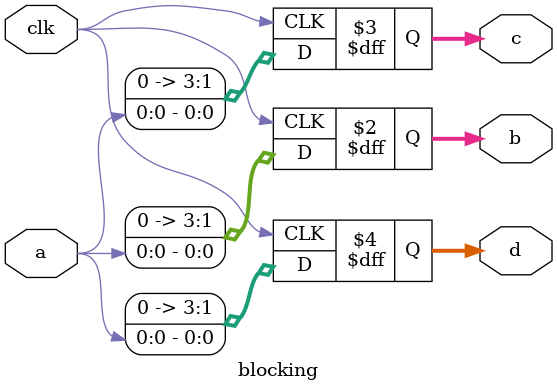
<source format=v>
module blocking(clk, a,b,c,d);
  input clk, a;
  output[3:0] b, c, d;
  reg[3:0] b, c, d;
  always @(posedge clk)
    begin
      b = a;
      c = b;
      d = c;
    end

endmodule

</source>
